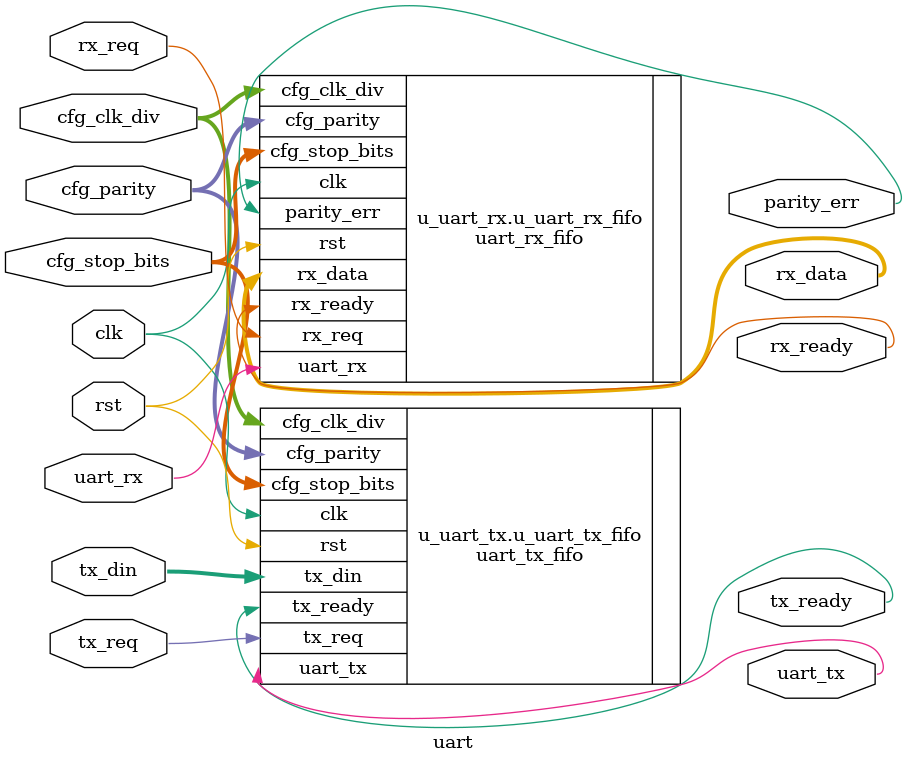
<source format=v>

module uart #(
        parameter WIDTH = 8,
        parameter SAMPLE_RATE = 16,
        parameter USE_PARITY = 1,
        parameter USE_TX_FIFO = 1,
        parameter USE_RX_FIFO = 1,
        parameter TX_FIFO_DEPTH = 8,
        parameter RX_FIFO_DEPTH = 8

    ) (
        input                   clk,
        input                   rst,
        input [1:0]             cfg_parity,
        input [1:0]             cfg_stop_bits,
        input [15:0]            cfg_clk_div,
        // RX
        input                   rx_req,
        output [WIDTH-1:0]      rx_data,
        output reg              rx_ready,
        output reg              parity_err,
        input                   uart_rx,
        // TX
        input                   tx_req,
        input [WIDTH-1:0]       tx_din,
        output reg              tx_ready,
        output reg              uart_tx
    );


    // TX
    generate
        if (USE_TX_FIFO)
        begin: u_uart_tx
            uart_tx_fifo
                #(
                    .WIDTH       (WIDTH),
                    .FIFO_DEPTH  (TX_FIFO_DEPTH)
                )
                u_uart_tx_fifo(
                    .clk           (clk),
                    .rst           (rst),
                    .cfg_parity    (cfg_parity),
                    .cfg_stop_bits (cfg_stop_bits),
                    .cfg_clk_div   (cfg_clk_div),
                    .tx_din        (tx_din),
                    .tx_req        (tx_req),
                    .tx_ready      (tx_ready),
                    .uart_tx       (uart_tx)
                );

        end
        else
        begin: u_uart_tx
            uart_tx
                #(
                    .WIDTH       (WIDTH)
                )
                u_uart_tx(
                    .clk           (clk),
                    .rst           (rst),
                    .cfg_parity    (cfg_parity),
                    .cfg_stop_bits (cfg_stop_bits),
                    .cfg_clk_div   (cfg_clk_div),
                    .tx_din        (tx_din),
                    .tx_valid      (tx_req),
                    .tx_ready      (tx_ready),
                    .uart_tx       (uart_tx)
                );

        end
    endgenerate

    // RX
    generate
        if (USE_RX_FIFO)
        begin: u_uart_rx
            uart_rx_fifo
                #(
                    .WIDTH       (WIDTH),
                    .FIFO_DEPTH  (RX_FIFO_DEPTH),
                    .USE_PARITY  (USE_PARITY)
                )
                u_uart_rx_fifo(
                    .clk           (clk),
                    .rst           (rst),
                    .cfg_parity    (cfg_parity),
                    .cfg_stop_bits (cfg_stop_bits),
                    .cfg_clk_div   (cfg_clk_div),
                    .uart_rx       (uart_rx),
                    .rx_req        (rx_req),
                    .rx_data       (rx_data),
                    .rx_ready      (rx_ready),
                    .parity_err    (parity_err)
                );

        end
        else
        begin: u_uart_rx
            // Need a data buffer for rx without FIFO
            reg [WIDTH-1:0]     rx_data_buffer;
            reg                 rx_data_valid;
            wire [WIDTH-1:0]    rx_dout;
            wire                rx_valid;

            always @(posedge clk)
            begin
                if (rx_valid)
                    rx_data_buffer <= rx_dout;
            end

            always @(posedge clk)
            begin
                if (rst)
                    rx_data_valid <= 1'b0;
                else
                begin
                    if (rx_valid)
                        rx_data_valid <= 1'b1;
                    else if (rx_req && rx_ready)
                        rx_data_valid <= 1'b0;
                end
            end

            assign rx_data = rx_dout;
            assign rx_ready = rx_data_valid;

            uart_rx
                #(
                    .WIDTH       (WIDTH)
                )
                u_uart_rx(
                    .clk           (clk),
                    .rst           (rst),
                    .cfg_parity    (cfg_parity),
                    .cfg_stop_bits (cfg_stop_bits),
                    .cfg_clk_div   (cfg_clk_div),
                    .uart_rx       (uart_rx),
                    .rx_dout       (rx_dout),
                    .rx_valid      (rx_valid),
                    .parity_err    (parity_err)
                );
        end

    endgenerate

endmodule

</source>
